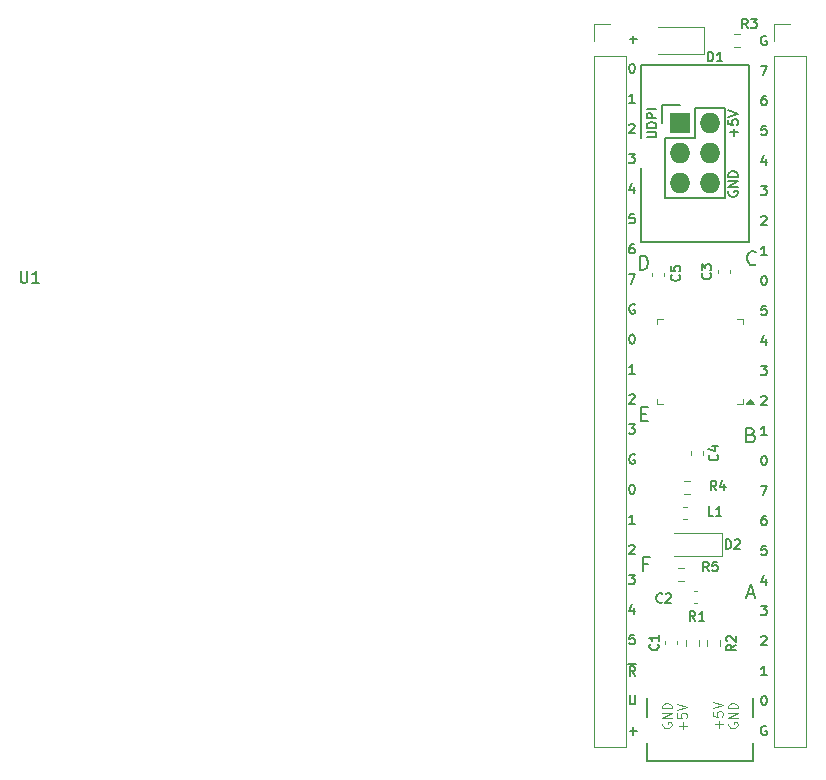
<source format=gbr>
%TF.GenerationSoftware,KiCad,Pcbnew,9.0.4*%
%TF.CreationDate,2025-09-22T14:36:08+02:00*%
%TF.ProjectId,ATmega4809A-breakout,41546d65-6761-4343-9830-39412d627265,rev?*%
%TF.SameCoordinates,Original*%
%TF.FileFunction,Legend,Top*%
%TF.FilePolarity,Positive*%
%FSLAX46Y46*%
G04 Gerber Fmt 4.6, Leading zero omitted, Abs format (unit mm)*
G04 Created by KiCad (PCBNEW 9.0.4) date 2025-09-22 14:36:08*
%MOMM*%
%LPD*%
G01*
G04 APERTURE LIST*
%ADD10C,0.150000*%
%ADD11C,0.100000*%
%ADD12C,0.120000*%
%ADD13C,0.127000*%
%ADD14R,1.727200X1.727200*%
%ADD15O,1.727200X1.727200*%
G04 APERTURE END LIST*
D10*
X111058541Y-52757317D02*
X111134731Y-52757317D01*
X111134731Y-52757317D02*
X111210922Y-52795412D01*
X111210922Y-52795412D02*
X111249017Y-52833507D01*
X111249017Y-52833507D02*
X111287112Y-52909698D01*
X111287112Y-52909698D02*
X111325207Y-53062079D01*
X111325207Y-53062079D02*
X111325207Y-53252555D01*
X111325207Y-53252555D02*
X111287112Y-53404936D01*
X111287112Y-53404936D02*
X111249017Y-53481126D01*
X111249017Y-53481126D02*
X111210922Y-53519222D01*
X111210922Y-53519222D02*
X111134731Y-53557317D01*
X111134731Y-53557317D02*
X111058541Y-53557317D01*
X111058541Y-53557317D02*
X110982350Y-53519222D01*
X110982350Y-53519222D02*
X110944255Y-53481126D01*
X110944255Y-53481126D02*
X110906160Y-53404936D01*
X110906160Y-53404936D02*
X110868064Y-53252555D01*
X110868064Y-53252555D02*
X110868064Y-53062079D01*
X110868064Y-53062079D02*
X110906160Y-52909698D01*
X110906160Y-52909698D02*
X110944255Y-52833507D01*
X110944255Y-52833507D02*
X110982350Y-52795412D01*
X110982350Y-52795412D02*
X111058541Y-52757317D01*
X111325207Y-56102838D02*
X110868064Y-56102838D01*
X111096636Y-56102838D02*
X111096636Y-55302838D01*
X111096636Y-55302838D02*
X111020445Y-55417123D01*
X111020445Y-55417123D02*
X110944255Y-55493314D01*
X110944255Y-55493314D02*
X110868064Y-55531409D01*
X110868064Y-93561855D02*
X110906160Y-93523760D01*
X110906160Y-93523760D02*
X110982350Y-93485665D01*
X110982350Y-93485665D02*
X111172826Y-93485665D01*
X111172826Y-93485665D02*
X111249017Y-93523760D01*
X111249017Y-93523760D02*
X111287112Y-93561855D01*
X111287112Y-93561855D02*
X111325207Y-93638046D01*
X111325207Y-93638046D02*
X111325207Y-93714236D01*
X111325207Y-93714236D02*
X111287112Y-93828522D01*
X111287112Y-93828522D02*
X110829969Y-94285665D01*
X110829969Y-94285665D02*
X111325207Y-94285665D01*
X122005969Y-63102295D02*
X122501207Y-63102295D01*
X122501207Y-63102295D02*
X122234541Y-63407057D01*
X122234541Y-63407057D02*
X122348826Y-63407057D01*
X122348826Y-63407057D02*
X122425017Y-63445152D01*
X122425017Y-63445152D02*
X122463112Y-63483247D01*
X122463112Y-63483247D02*
X122501207Y-63559438D01*
X122501207Y-63559438D02*
X122501207Y-63749914D01*
X122501207Y-63749914D02*
X122463112Y-63826104D01*
X122463112Y-63826104D02*
X122425017Y-63864200D01*
X122425017Y-63864200D02*
X122348826Y-63902295D01*
X122348826Y-63902295D02*
X122120255Y-63902295D01*
X122120255Y-63902295D02*
X122044064Y-63864200D01*
X122044064Y-63864200D02*
X122005969Y-63826104D01*
D11*
X118464133Y-108993407D02*
X118464133Y-108383884D01*
X118768895Y-108688645D02*
X118159371Y-108688645D01*
X117968895Y-107621979D02*
X117968895Y-108002931D01*
X117968895Y-108002931D02*
X118349847Y-108041027D01*
X118349847Y-108041027D02*
X118311752Y-108002931D01*
X118311752Y-108002931D02*
X118273657Y-107926741D01*
X118273657Y-107926741D02*
X118273657Y-107736265D01*
X118273657Y-107736265D02*
X118311752Y-107660074D01*
X118311752Y-107660074D02*
X118349847Y-107621979D01*
X118349847Y-107621979D02*
X118426038Y-107583884D01*
X118426038Y-107583884D02*
X118616514Y-107583884D01*
X118616514Y-107583884D02*
X118692704Y-107621979D01*
X118692704Y-107621979D02*
X118730800Y-107660074D01*
X118730800Y-107660074D02*
X118768895Y-107736265D01*
X118768895Y-107736265D02*
X118768895Y-107926741D01*
X118768895Y-107926741D02*
X118730800Y-108002931D01*
X118730800Y-108002931D02*
X118692704Y-108041027D01*
X117968895Y-107355312D02*
X118768895Y-107088645D01*
X118768895Y-107088645D02*
X117968895Y-106821979D01*
D10*
X112417398Y-95101771D02*
X112017398Y-95101771D01*
X112017398Y-95730342D02*
X112017398Y-94530342D01*
X112017398Y-94530342D02*
X112588826Y-94530342D01*
X110829969Y-83303578D02*
X111325207Y-83303578D01*
X111325207Y-83303578D02*
X111058541Y-83608340D01*
X111058541Y-83608340D02*
X111172826Y-83608340D01*
X111172826Y-83608340D02*
X111249017Y-83646435D01*
X111249017Y-83646435D02*
X111287112Y-83684530D01*
X111287112Y-83684530D02*
X111325207Y-83760721D01*
X111325207Y-83760721D02*
X111325207Y-83951197D01*
X111325207Y-83951197D02*
X111287112Y-84027387D01*
X111287112Y-84027387D02*
X111249017Y-84065483D01*
X111249017Y-84065483D02*
X111172826Y-84103578D01*
X111172826Y-84103578D02*
X110944255Y-84103578D01*
X110944255Y-84103578D02*
X110868064Y-84065483D01*
X110868064Y-84065483D02*
X110829969Y-84027387D01*
X122463112Y-93582295D02*
X122082160Y-93582295D01*
X122082160Y-93582295D02*
X122044064Y-93963247D01*
X122044064Y-93963247D02*
X122082160Y-93925152D01*
X122082160Y-93925152D02*
X122158350Y-93887057D01*
X122158350Y-93887057D02*
X122348826Y-93887057D01*
X122348826Y-93887057D02*
X122425017Y-93925152D01*
X122425017Y-93925152D02*
X122463112Y-93963247D01*
X122463112Y-93963247D02*
X122501207Y-94039438D01*
X122501207Y-94039438D02*
X122501207Y-94229914D01*
X122501207Y-94229914D02*
X122463112Y-94306104D01*
X122463112Y-94306104D02*
X122425017Y-94344200D01*
X122425017Y-94344200D02*
X122348826Y-94382295D01*
X122348826Y-94382295D02*
X122158350Y-94382295D01*
X122158350Y-94382295D02*
X122082160Y-94344200D01*
X122082160Y-94344200D02*
X122044064Y-94306104D01*
X122425017Y-76068961D02*
X122425017Y-76602295D01*
X122234541Y-75764200D02*
X122044064Y-76335628D01*
X122044064Y-76335628D02*
X122539303Y-76335628D01*
X122005969Y-88502295D02*
X122539303Y-88502295D01*
X122539303Y-88502295D02*
X122196445Y-89302295D01*
X111325207Y-85887194D02*
X111249017Y-85849099D01*
X111249017Y-85849099D02*
X111134731Y-85849099D01*
X111134731Y-85849099D02*
X111020445Y-85887194D01*
X111020445Y-85887194D02*
X110944255Y-85963384D01*
X110944255Y-85963384D02*
X110906160Y-86039575D01*
X110906160Y-86039575D02*
X110868064Y-86191956D01*
X110868064Y-86191956D02*
X110868064Y-86306242D01*
X110868064Y-86306242D02*
X110906160Y-86458623D01*
X110906160Y-86458623D02*
X110944255Y-86534813D01*
X110944255Y-86534813D02*
X111020445Y-86611004D01*
X111020445Y-86611004D02*
X111134731Y-86649099D01*
X111134731Y-86649099D02*
X111210922Y-86649099D01*
X111210922Y-86649099D02*
X111325207Y-86611004D01*
X111325207Y-86611004D02*
X111363303Y-86572908D01*
X111363303Y-86572908D02*
X111363303Y-86306242D01*
X111363303Y-86306242D02*
X111210922Y-86306242D01*
X122463112Y-73262295D02*
X122082160Y-73262295D01*
X122082160Y-73262295D02*
X122044064Y-73643247D01*
X122044064Y-73643247D02*
X122082160Y-73605152D01*
X122082160Y-73605152D02*
X122158350Y-73567057D01*
X122158350Y-73567057D02*
X122348826Y-73567057D01*
X122348826Y-73567057D02*
X122425017Y-73605152D01*
X122425017Y-73605152D02*
X122463112Y-73643247D01*
X122463112Y-73643247D02*
X122501207Y-73719438D01*
X122501207Y-73719438D02*
X122501207Y-73909914D01*
X122501207Y-73909914D02*
X122463112Y-73986104D01*
X122463112Y-73986104D02*
X122425017Y-74024200D01*
X122425017Y-74024200D02*
X122348826Y-74062295D01*
X122348826Y-74062295D02*
X122158350Y-74062295D01*
X122158350Y-74062295D02*
X122082160Y-74024200D01*
X122082160Y-74024200D02*
X122044064Y-73986104D01*
X122044064Y-101278485D02*
X122082160Y-101240390D01*
X122082160Y-101240390D02*
X122158350Y-101202295D01*
X122158350Y-101202295D02*
X122348826Y-101202295D01*
X122348826Y-101202295D02*
X122425017Y-101240390D01*
X122425017Y-101240390D02*
X122463112Y-101278485D01*
X122463112Y-101278485D02*
X122501207Y-101354676D01*
X122501207Y-101354676D02*
X122501207Y-101430866D01*
X122501207Y-101430866D02*
X122463112Y-101545152D01*
X122463112Y-101545152D02*
X122005969Y-102002295D01*
X122005969Y-102002295D02*
X122501207Y-102002295D01*
X111325207Y-91740143D02*
X110868064Y-91740143D01*
X111096636Y-91740143D02*
X111096636Y-90940143D01*
X111096636Y-90940143D02*
X111020445Y-91054428D01*
X111020445Y-91054428D02*
X110944255Y-91130619D01*
X110944255Y-91130619D02*
X110868064Y-91168714D01*
X122005969Y-98662295D02*
X122501207Y-98662295D01*
X122501207Y-98662295D02*
X122234541Y-98967057D01*
X122234541Y-98967057D02*
X122348826Y-98967057D01*
X122348826Y-98967057D02*
X122425017Y-99005152D01*
X122425017Y-99005152D02*
X122463112Y-99043247D01*
X122463112Y-99043247D02*
X122501207Y-99119438D01*
X122501207Y-99119438D02*
X122501207Y-99309914D01*
X122501207Y-99309914D02*
X122463112Y-99386104D01*
X122463112Y-99386104D02*
X122425017Y-99424200D01*
X122425017Y-99424200D02*
X122348826Y-99462295D01*
X122348826Y-99462295D02*
X122120255Y-99462295D01*
X122120255Y-99462295D02*
X122044064Y-99424200D01*
X122044064Y-99424200D02*
X122005969Y-99386104D01*
X119274390Y-63553792D02*
X119236295Y-63629982D01*
X119236295Y-63629982D02*
X119236295Y-63744268D01*
X119236295Y-63744268D02*
X119274390Y-63858554D01*
X119274390Y-63858554D02*
X119350580Y-63934744D01*
X119350580Y-63934744D02*
X119426771Y-63972839D01*
X119426771Y-63972839D02*
X119579152Y-64010935D01*
X119579152Y-64010935D02*
X119693438Y-64010935D01*
X119693438Y-64010935D02*
X119845819Y-63972839D01*
X119845819Y-63972839D02*
X119922009Y-63934744D01*
X119922009Y-63934744D02*
X119998200Y-63858554D01*
X119998200Y-63858554D02*
X120036295Y-63744268D01*
X120036295Y-63744268D02*
X120036295Y-63668077D01*
X120036295Y-63668077D02*
X119998200Y-63553792D01*
X119998200Y-63553792D02*
X119960104Y-63515696D01*
X119960104Y-63515696D02*
X119693438Y-63515696D01*
X119693438Y-63515696D02*
X119693438Y-63668077D01*
X120036295Y-63172839D02*
X119236295Y-63172839D01*
X119236295Y-63172839D02*
X120036295Y-62715696D01*
X120036295Y-62715696D02*
X119236295Y-62715696D01*
X120036295Y-62334744D02*
X119236295Y-62334744D01*
X119236295Y-62334744D02*
X119236295Y-62144268D01*
X119236295Y-62144268D02*
X119274390Y-62029982D01*
X119274390Y-62029982D02*
X119350580Y-61953792D01*
X119350580Y-61953792D02*
X119426771Y-61915697D01*
X119426771Y-61915697D02*
X119579152Y-61877601D01*
X119579152Y-61877601D02*
X119693438Y-61877601D01*
X119693438Y-61877601D02*
X119845819Y-61915697D01*
X119845819Y-61915697D02*
X119922009Y-61953792D01*
X119922009Y-61953792D02*
X119998200Y-62029982D01*
X119998200Y-62029982D02*
X120036295Y-62144268D01*
X120036295Y-62144268D02*
X120036295Y-62334744D01*
X110906160Y-106213273D02*
X110906160Y-106860892D01*
X110906160Y-106860892D02*
X110944255Y-106937082D01*
X110944255Y-106937082D02*
X110982350Y-106975178D01*
X110982350Y-106975178D02*
X111058541Y-107013273D01*
X111058541Y-107013273D02*
X111210922Y-107013273D01*
X111210922Y-107013273D02*
X111287112Y-106975178D01*
X111287112Y-106975178D02*
X111325207Y-106937082D01*
X111325207Y-106937082D02*
X111363303Y-106860892D01*
X111363303Y-106860892D02*
X111363303Y-106213273D01*
X111058541Y-88394621D02*
X111134731Y-88394621D01*
X111134731Y-88394621D02*
X111210922Y-88432716D01*
X111210922Y-88432716D02*
X111249017Y-88470811D01*
X111249017Y-88470811D02*
X111287112Y-88547002D01*
X111287112Y-88547002D02*
X111325207Y-88699383D01*
X111325207Y-88699383D02*
X111325207Y-88889859D01*
X111325207Y-88889859D02*
X111287112Y-89042240D01*
X111287112Y-89042240D02*
X111249017Y-89118430D01*
X111249017Y-89118430D02*
X111210922Y-89156526D01*
X111210922Y-89156526D02*
X111134731Y-89194621D01*
X111134731Y-89194621D02*
X111058541Y-89194621D01*
X111058541Y-89194621D02*
X110982350Y-89156526D01*
X110982350Y-89156526D02*
X110944255Y-89118430D01*
X110944255Y-89118430D02*
X110906160Y-89042240D01*
X110906160Y-89042240D02*
X110868064Y-88889859D01*
X110868064Y-88889859D02*
X110868064Y-88699383D01*
X110868064Y-88699383D02*
X110906160Y-88547002D01*
X110906160Y-88547002D02*
X110944255Y-88470811D01*
X110944255Y-88470811D02*
X110982350Y-88432716D01*
X110982350Y-88432716D02*
X111058541Y-88394621D01*
X122463112Y-108860390D02*
X122386922Y-108822295D01*
X122386922Y-108822295D02*
X122272636Y-108822295D01*
X122272636Y-108822295D02*
X122158350Y-108860390D01*
X122158350Y-108860390D02*
X122082160Y-108936580D01*
X122082160Y-108936580D02*
X122044065Y-109012771D01*
X122044065Y-109012771D02*
X122005969Y-109165152D01*
X122005969Y-109165152D02*
X122005969Y-109279438D01*
X122005969Y-109279438D02*
X122044065Y-109431819D01*
X122044065Y-109431819D02*
X122082160Y-109508009D01*
X122082160Y-109508009D02*
X122158350Y-109584200D01*
X122158350Y-109584200D02*
X122272636Y-109622295D01*
X122272636Y-109622295D02*
X122348827Y-109622295D01*
X122348827Y-109622295D02*
X122463112Y-109584200D01*
X122463112Y-109584200D02*
X122501208Y-109546104D01*
X122501208Y-109546104D02*
X122501208Y-109279438D01*
X122501208Y-109279438D02*
X122348827Y-109279438D01*
X122044064Y-65718485D02*
X122082160Y-65680390D01*
X122082160Y-65680390D02*
X122158350Y-65642295D01*
X122158350Y-65642295D02*
X122348826Y-65642295D01*
X122348826Y-65642295D02*
X122425017Y-65680390D01*
X122425017Y-65680390D02*
X122463112Y-65718485D01*
X122463112Y-65718485D02*
X122501207Y-65794676D01*
X122501207Y-65794676D02*
X122501207Y-65870866D01*
X122501207Y-65870866D02*
X122463112Y-65985152D01*
X122463112Y-65985152D02*
X122005969Y-66442295D01*
X122005969Y-66442295D02*
X122501207Y-66442295D01*
X110829969Y-60393882D02*
X111325207Y-60393882D01*
X111325207Y-60393882D02*
X111058541Y-60698644D01*
X111058541Y-60698644D02*
X111172826Y-60698644D01*
X111172826Y-60698644D02*
X111249017Y-60736739D01*
X111249017Y-60736739D02*
X111287112Y-60774834D01*
X111287112Y-60774834D02*
X111325207Y-60851025D01*
X111325207Y-60851025D02*
X111325207Y-61041501D01*
X111325207Y-61041501D02*
X111287112Y-61117691D01*
X111287112Y-61117691D02*
X111249017Y-61155787D01*
X111249017Y-61155787D02*
X111172826Y-61193882D01*
X111172826Y-61193882D02*
X110944255Y-61193882D01*
X110944255Y-61193882D02*
X110868064Y-61155787D01*
X110868064Y-61155787D02*
X110829969Y-61117691D01*
X122463112Y-50440390D02*
X122386922Y-50402295D01*
X122386922Y-50402295D02*
X122272636Y-50402295D01*
X122272636Y-50402295D02*
X122158350Y-50440390D01*
X122158350Y-50440390D02*
X122082160Y-50516580D01*
X122082160Y-50516580D02*
X122044065Y-50592771D01*
X122044065Y-50592771D02*
X122005969Y-50745152D01*
X122005969Y-50745152D02*
X122005969Y-50859438D01*
X122005969Y-50859438D02*
X122044065Y-51011819D01*
X122044065Y-51011819D02*
X122082160Y-51088009D01*
X122082160Y-51088009D02*
X122158350Y-51164200D01*
X122158350Y-51164200D02*
X122272636Y-51202295D01*
X122272636Y-51202295D02*
X122348827Y-51202295D01*
X122348827Y-51202295D02*
X122463112Y-51164200D01*
X122463112Y-51164200D02*
X122501208Y-51126104D01*
X122501208Y-51126104D02*
X122501208Y-50859438D01*
X122501208Y-50859438D02*
X122348827Y-50859438D01*
X122234541Y-70722295D02*
X122310731Y-70722295D01*
X122310731Y-70722295D02*
X122386922Y-70760390D01*
X122386922Y-70760390D02*
X122425017Y-70798485D01*
X122425017Y-70798485D02*
X122463112Y-70874676D01*
X122463112Y-70874676D02*
X122501207Y-71027057D01*
X122501207Y-71027057D02*
X122501207Y-71217533D01*
X122501207Y-71217533D02*
X122463112Y-71369914D01*
X122463112Y-71369914D02*
X122425017Y-71446104D01*
X122425017Y-71446104D02*
X122386922Y-71484200D01*
X122386922Y-71484200D02*
X122310731Y-71522295D01*
X122310731Y-71522295D02*
X122234541Y-71522295D01*
X122234541Y-71522295D02*
X122158350Y-71484200D01*
X122158350Y-71484200D02*
X122120255Y-71446104D01*
X122120255Y-71446104D02*
X122082160Y-71369914D01*
X122082160Y-71369914D02*
X122044064Y-71217533D01*
X122044064Y-71217533D02*
X122044064Y-71027057D01*
X122044064Y-71027057D02*
X122082160Y-70874676D01*
X122082160Y-70874676D02*
X122120255Y-70798485D01*
X122120255Y-70798485D02*
X122158350Y-70760390D01*
X122158350Y-70760390D02*
X122234541Y-70722295D01*
X122425017Y-55482295D02*
X122272636Y-55482295D01*
X122272636Y-55482295D02*
X122196445Y-55520390D01*
X122196445Y-55520390D02*
X122158350Y-55558485D01*
X122158350Y-55558485D02*
X122082160Y-55672771D01*
X122082160Y-55672771D02*
X122044064Y-55825152D01*
X122044064Y-55825152D02*
X122044064Y-56129914D01*
X122044064Y-56129914D02*
X122082160Y-56206104D01*
X122082160Y-56206104D02*
X122120255Y-56244200D01*
X122120255Y-56244200D02*
X122196445Y-56282295D01*
X122196445Y-56282295D02*
X122348826Y-56282295D01*
X122348826Y-56282295D02*
X122425017Y-56244200D01*
X122425017Y-56244200D02*
X122463112Y-56206104D01*
X122463112Y-56206104D02*
X122501207Y-56129914D01*
X122501207Y-56129914D02*
X122501207Y-55939438D01*
X122501207Y-55939438D02*
X122463112Y-55863247D01*
X122463112Y-55863247D02*
X122425017Y-55825152D01*
X122425017Y-55825152D02*
X122348826Y-55787057D01*
X122348826Y-55787057D02*
X122196445Y-55787057D01*
X122196445Y-55787057D02*
X122120255Y-55825152D01*
X122120255Y-55825152D02*
X122082160Y-55863247D01*
X122082160Y-55863247D02*
X122044064Y-55939438D01*
X111287112Y-65484925D02*
X110906160Y-65484925D01*
X110906160Y-65484925D02*
X110868064Y-65865877D01*
X110868064Y-65865877D02*
X110906160Y-65827782D01*
X110906160Y-65827782D02*
X110982350Y-65789687D01*
X110982350Y-65789687D02*
X111172826Y-65789687D01*
X111172826Y-65789687D02*
X111249017Y-65827782D01*
X111249017Y-65827782D02*
X111287112Y-65865877D01*
X111287112Y-65865877D02*
X111325207Y-65942068D01*
X111325207Y-65942068D02*
X111325207Y-66132544D01*
X111325207Y-66132544D02*
X111287112Y-66208734D01*
X111287112Y-66208734D02*
X111249017Y-66246830D01*
X111249017Y-66246830D02*
X111172826Y-66284925D01*
X111172826Y-66284925D02*
X110982350Y-66284925D01*
X110982350Y-66284925D02*
X110906160Y-66246830D01*
X110906160Y-66246830D02*
X110868064Y-66208734D01*
X122044064Y-80958485D02*
X122082160Y-80920390D01*
X122082160Y-80920390D02*
X122158350Y-80882295D01*
X122158350Y-80882295D02*
X122348826Y-80882295D01*
X122348826Y-80882295D02*
X122425017Y-80920390D01*
X122425017Y-80920390D02*
X122463112Y-80958485D01*
X122463112Y-80958485D02*
X122501207Y-81034676D01*
X122501207Y-81034676D02*
X122501207Y-81110866D01*
X122501207Y-81110866D02*
X122463112Y-81225152D01*
X122463112Y-81225152D02*
X122005969Y-81682295D01*
X122005969Y-81682295D02*
X122501207Y-81682295D01*
X120850255Y-97673485D02*
X121421684Y-97673485D01*
X120735969Y-98016342D02*
X121135969Y-96816342D01*
X121135969Y-96816342D02*
X121535969Y-98016342D01*
X111763398Y-70203342D02*
X111763398Y-69003342D01*
X111763398Y-69003342D02*
X112049112Y-69003342D01*
X112049112Y-69003342D02*
X112220541Y-69060485D01*
X112220541Y-69060485D02*
X112334826Y-69174771D01*
X112334826Y-69174771D02*
X112391969Y-69289057D01*
X112391969Y-69289057D02*
X112449112Y-69517628D01*
X112449112Y-69517628D02*
X112449112Y-69689057D01*
X112449112Y-69689057D02*
X112391969Y-69917628D01*
X112391969Y-69917628D02*
X112334826Y-70031914D01*
X112334826Y-70031914D02*
X112220541Y-70146200D01*
X112220541Y-70146200D02*
X112049112Y-70203342D01*
X112049112Y-70203342D02*
X111763398Y-70203342D01*
D11*
X119276990Y-108574360D02*
X119238895Y-108650550D01*
X119238895Y-108650550D02*
X119238895Y-108764836D01*
X119238895Y-108764836D02*
X119276990Y-108879122D01*
X119276990Y-108879122D02*
X119353180Y-108955312D01*
X119353180Y-108955312D02*
X119429371Y-108993407D01*
X119429371Y-108993407D02*
X119581752Y-109031503D01*
X119581752Y-109031503D02*
X119696038Y-109031503D01*
X119696038Y-109031503D02*
X119848419Y-108993407D01*
X119848419Y-108993407D02*
X119924609Y-108955312D01*
X119924609Y-108955312D02*
X120000800Y-108879122D01*
X120000800Y-108879122D02*
X120038895Y-108764836D01*
X120038895Y-108764836D02*
X120038895Y-108688645D01*
X120038895Y-108688645D02*
X120000800Y-108574360D01*
X120000800Y-108574360D02*
X119962704Y-108536264D01*
X119962704Y-108536264D02*
X119696038Y-108536264D01*
X119696038Y-108536264D02*
X119696038Y-108688645D01*
X120038895Y-108193407D02*
X119238895Y-108193407D01*
X119238895Y-108193407D02*
X120038895Y-107736264D01*
X120038895Y-107736264D02*
X119238895Y-107736264D01*
X120038895Y-107355312D02*
X119238895Y-107355312D01*
X119238895Y-107355312D02*
X119238895Y-107164836D01*
X119238895Y-107164836D02*
X119276990Y-107050550D01*
X119276990Y-107050550D02*
X119353180Y-106974360D01*
X119353180Y-106974360D02*
X119429371Y-106936265D01*
X119429371Y-106936265D02*
X119581752Y-106898169D01*
X119581752Y-106898169D02*
X119696038Y-106898169D01*
X119696038Y-106898169D02*
X119848419Y-106936265D01*
X119848419Y-106936265D02*
X119924609Y-106974360D01*
X119924609Y-106974360D02*
X120000800Y-107050550D01*
X120000800Y-107050550D02*
X120038895Y-107164836D01*
X120038895Y-107164836D02*
X120038895Y-107355312D01*
X115416133Y-109120407D02*
X115416133Y-108510884D01*
X115720895Y-108815645D02*
X115111371Y-108815645D01*
X114920895Y-107748979D02*
X114920895Y-108129931D01*
X114920895Y-108129931D02*
X115301847Y-108168027D01*
X115301847Y-108168027D02*
X115263752Y-108129931D01*
X115263752Y-108129931D02*
X115225657Y-108053741D01*
X115225657Y-108053741D02*
X115225657Y-107863265D01*
X115225657Y-107863265D02*
X115263752Y-107787074D01*
X115263752Y-107787074D02*
X115301847Y-107748979D01*
X115301847Y-107748979D02*
X115378038Y-107710884D01*
X115378038Y-107710884D02*
X115568514Y-107710884D01*
X115568514Y-107710884D02*
X115644704Y-107748979D01*
X115644704Y-107748979D02*
X115682800Y-107787074D01*
X115682800Y-107787074D02*
X115720895Y-107863265D01*
X115720895Y-107863265D02*
X115720895Y-108053741D01*
X115720895Y-108053741D02*
X115682800Y-108129931D01*
X115682800Y-108129931D02*
X115644704Y-108168027D01*
X114920895Y-107482312D02*
X115720895Y-107215645D01*
X115720895Y-107215645D02*
X114920895Y-106948979D01*
D10*
X119731533Y-58892839D02*
X119731533Y-58283316D01*
X120036295Y-58588077D02*
X119426771Y-58588077D01*
X119236295Y-57521411D02*
X119236295Y-57902363D01*
X119236295Y-57902363D02*
X119617247Y-57940459D01*
X119617247Y-57940459D02*
X119579152Y-57902363D01*
X119579152Y-57902363D02*
X119541057Y-57826173D01*
X119541057Y-57826173D02*
X119541057Y-57635697D01*
X119541057Y-57635697D02*
X119579152Y-57559506D01*
X119579152Y-57559506D02*
X119617247Y-57521411D01*
X119617247Y-57521411D02*
X119693438Y-57483316D01*
X119693438Y-57483316D02*
X119883914Y-57483316D01*
X119883914Y-57483316D02*
X119960104Y-57521411D01*
X119960104Y-57521411D02*
X119998200Y-57559506D01*
X119998200Y-57559506D02*
X120036295Y-57635697D01*
X120036295Y-57635697D02*
X120036295Y-57826173D01*
X120036295Y-57826173D02*
X119998200Y-57902363D01*
X119998200Y-57902363D02*
X119960104Y-57940459D01*
X119236295Y-57254744D02*
X120036295Y-56988077D01*
X120036295Y-56988077D02*
X119236295Y-56721411D01*
X122425017Y-91042295D02*
X122272636Y-91042295D01*
X122272636Y-91042295D02*
X122196445Y-91080390D01*
X122196445Y-91080390D02*
X122158350Y-91118485D01*
X122158350Y-91118485D02*
X122082160Y-91232771D01*
X122082160Y-91232771D02*
X122044064Y-91385152D01*
X122044064Y-91385152D02*
X122044064Y-91689914D01*
X122044064Y-91689914D02*
X122082160Y-91766104D01*
X122082160Y-91766104D02*
X122120255Y-91804200D01*
X122120255Y-91804200D02*
X122196445Y-91842295D01*
X122196445Y-91842295D02*
X122348826Y-91842295D01*
X122348826Y-91842295D02*
X122425017Y-91804200D01*
X122425017Y-91804200D02*
X122463112Y-91766104D01*
X122463112Y-91766104D02*
X122501207Y-91689914D01*
X122501207Y-91689914D02*
X122501207Y-91499438D01*
X122501207Y-91499438D02*
X122463112Y-91423247D01*
X122463112Y-91423247D02*
X122425017Y-91385152D01*
X122425017Y-91385152D02*
X122348826Y-91347057D01*
X122348826Y-91347057D02*
X122196445Y-91347057D01*
X122196445Y-91347057D02*
X122120255Y-91385152D01*
X122120255Y-91385152D02*
X122082160Y-91423247D01*
X122082160Y-91423247D02*
X122044064Y-91499438D01*
X110868064Y-57924550D02*
X110906160Y-57886455D01*
X110906160Y-57886455D02*
X110982350Y-57848360D01*
X110982350Y-57848360D02*
X111172826Y-57848360D01*
X111172826Y-57848360D02*
X111249017Y-57886455D01*
X111249017Y-57886455D02*
X111287112Y-57924550D01*
X111287112Y-57924550D02*
X111325207Y-58000741D01*
X111325207Y-58000741D02*
X111325207Y-58076931D01*
X111325207Y-58076931D02*
X111287112Y-58191217D01*
X111287112Y-58191217D02*
X110829969Y-58648360D01*
X110829969Y-58648360D02*
X111325207Y-58648360D01*
X122005969Y-52942295D02*
X122539303Y-52942295D01*
X122539303Y-52942295D02*
X122196445Y-53742295D01*
X121593112Y-69708057D02*
X121535969Y-69765200D01*
X121535969Y-69765200D02*
X121364541Y-69822342D01*
X121364541Y-69822342D02*
X121250255Y-69822342D01*
X121250255Y-69822342D02*
X121078826Y-69765200D01*
X121078826Y-69765200D02*
X120964541Y-69650914D01*
X120964541Y-69650914D02*
X120907398Y-69536628D01*
X120907398Y-69536628D02*
X120850255Y-69308057D01*
X120850255Y-69308057D02*
X120850255Y-69136628D01*
X120850255Y-69136628D02*
X120907398Y-68908057D01*
X120907398Y-68908057D02*
X120964541Y-68793771D01*
X120964541Y-68793771D02*
X121078826Y-68679485D01*
X121078826Y-68679485D02*
X121250255Y-68622342D01*
X121250255Y-68622342D02*
X121364541Y-68622342D01*
X121364541Y-68622342D02*
X121535969Y-68679485D01*
X121535969Y-68679485D02*
X121593112Y-68736628D01*
X110868064Y-80834246D02*
X110906160Y-80796151D01*
X110906160Y-80796151D02*
X110982350Y-80758056D01*
X110982350Y-80758056D02*
X111172826Y-80758056D01*
X111172826Y-80758056D02*
X111249017Y-80796151D01*
X111249017Y-80796151D02*
X111287112Y-80834246D01*
X111287112Y-80834246D02*
X111325207Y-80910437D01*
X111325207Y-80910437D02*
X111325207Y-80986627D01*
X111325207Y-80986627D02*
X111287112Y-81100913D01*
X111287112Y-81100913D02*
X110829969Y-81558056D01*
X110829969Y-81558056D02*
X111325207Y-81558056D01*
X122501207Y-84222295D02*
X122044064Y-84222295D01*
X122272636Y-84222295D02*
X122272636Y-83422295D01*
X122272636Y-83422295D02*
X122196445Y-83536580D01*
X122196445Y-83536580D02*
X122120255Y-83612771D01*
X122120255Y-83612771D02*
X122044064Y-83650866D01*
X111325207Y-79012534D02*
X110868064Y-79012534D01*
X111096636Y-79012534D02*
X111096636Y-78212534D01*
X111096636Y-78212534D02*
X111020445Y-78326819D01*
X111020445Y-78326819D02*
X110944255Y-78403010D01*
X110944255Y-78403010D02*
X110868064Y-78441105D01*
X111058541Y-75667012D02*
X111134731Y-75667012D01*
X111134731Y-75667012D02*
X111210922Y-75705107D01*
X111210922Y-75705107D02*
X111249017Y-75743202D01*
X111249017Y-75743202D02*
X111287112Y-75819393D01*
X111287112Y-75819393D02*
X111325207Y-75971774D01*
X111325207Y-75971774D02*
X111325207Y-76162250D01*
X111325207Y-76162250D02*
X111287112Y-76314631D01*
X111287112Y-76314631D02*
X111249017Y-76390821D01*
X111249017Y-76390821D02*
X111210922Y-76428917D01*
X111210922Y-76428917D02*
X111134731Y-76467012D01*
X111134731Y-76467012D02*
X111058541Y-76467012D01*
X111058541Y-76467012D02*
X110982350Y-76428917D01*
X110982350Y-76428917D02*
X110944255Y-76390821D01*
X110944255Y-76390821D02*
X110906160Y-76314631D01*
X110906160Y-76314631D02*
X110868064Y-76162250D01*
X110868064Y-76162250D02*
X110868064Y-75971774D01*
X110868064Y-75971774D02*
X110906160Y-75819393D01*
X110906160Y-75819393D02*
X110944255Y-75743202D01*
X110944255Y-75743202D02*
X110982350Y-75705107D01*
X110982350Y-75705107D02*
X111058541Y-75667012D01*
X111287112Y-101122230D02*
X110906160Y-101122230D01*
X110906160Y-101122230D02*
X110868064Y-101503182D01*
X110868064Y-101503182D02*
X110906160Y-101465087D01*
X110906160Y-101465087D02*
X110982350Y-101426992D01*
X110982350Y-101426992D02*
X111172826Y-101426992D01*
X111172826Y-101426992D02*
X111249017Y-101465087D01*
X111249017Y-101465087D02*
X111287112Y-101503182D01*
X111287112Y-101503182D02*
X111325207Y-101579373D01*
X111325207Y-101579373D02*
X111325207Y-101769849D01*
X111325207Y-101769849D02*
X111287112Y-101846039D01*
X111287112Y-101846039D02*
X111249017Y-101884135D01*
X111249017Y-101884135D02*
X111172826Y-101922230D01*
X111172826Y-101922230D02*
X110982350Y-101922230D01*
X110982350Y-101922230D02*
X110906160Y-101884135D01*
X110906160Y-101884135D02*
X110868064Y-101846039D01*
D11*
X113688990Y-108574360D02*
X113650895Y-108650550D01*
X113650895Y-108650550D02*
X113650895Y-108764836D01*
X113650895Y-108764836D02*
X113688990Y-108879122D01*
X113688990Y-108879122D02*
X113765180Y-108955312D01*
X113765180Y-108955312D02*
X113841371Y-108993407D01*
X113841371Y-108993407D02*
X113993752Y-109031503D01*
X113993752Y-109031503D02*
X114108038Y-109031503D01*
X114108038Y-109031503D02*
X114260419Y-108993407D01*
X114260419Y-108993407D02*
X114336609Y-108955312D01*
X114336609Y-108955312D02*
X114412800Y-108879122D01*
X114412800Y-108879122D02*
X114450895Y-108764836D01*
X114450895Y-108764836D02*
X114450895Y-108688645D01*
X114450895Y-108688645D02*
X114412800Y-108574360D01*
X114412800Y-108574360D02*
X114374704Y-108536264D01*
X114374704Y-108536264D02*
X114108038Y-108536264D01*
X114108038Y-108536264D02*
X114108038Y-108688645D01*
X114450895Y-108193407D02*
X113650895Y-108193407D01*
X113650895Y-108193407D02*
X114450895Y-107736264D01*
X114450895Y-107736264D02*
X113650895Y-107736264D01*
X114450895Y-107355312D02*
X113650895Y-107355312D01*
X113650895Y-107355312D02*
X113650895Y-107164836D01*
X113650895Y-107164836D02*
X113688990Y-107050550D01*
X113688990Y-107050550D02*
X113765180Y-106974360D01*
X113765180Y-106974360D02*
X113841371Y-106936265D01*
X113841371Y-106936265D02*
X113993752Y-106898169D01*
X113993752Y-106898169D02*
X114108038Y-106898169D01*
X114108038Y-106898169D02*
X114260419Y-106936265D01*
X114260419Y-106936265D02*
X114336609Y-106974360D01*
X114336609Y-106974360D02*
X114412800Y-107050550D01*
X114412800Y-107050550D02*
X114450895Y-107164836D01*
X114450895Y-107164836D02*
X114450895Y-107355312D01*
D10*
X122005969Y-78342295D02*
X122501207Y-78342295D01*
X122501207Y-78342295D02*
X122234541Y-78647057D01*
X122234541Y-78647057D02*
X122348826Y-78647057D01*
X122348826Y-78647057D02*
X122425017Y-78685152D01*
X122425017Y-78685152D02*
X122463112Y-78723247D01*
X122463112Y-78723247D02*
X122501207Y-78799438D01*
X122501207Y-78799438D02*
X122501207Y-78989914D01*
X122501207Y-78989914D02*
X122463112Y-79066104D01*
X122463112Y-79066104D02*
X122425017Y-79104200D01*
X122425017Y-79104200D02*
X122348826Y-79142295D01*
X122348826Y-79142295D02*
X122120255Y-79142295D01*
X122120255Y-79142295D02*
X122044064Y-79104200D01*
X122044064Y-79104200D02*
X122005969Y-79066104D01*
X111325207Y-73159586D02*
X111249017Y-73121491D01*
X111249017Y-73121491D02*
X111134731Y-73121491D01*
X111134731Y-73121491D02*
X111020445Y-73159586D01*
X111020445Y-73159586D02*
X110944255Y-73235776D01*
X110944255Y-73235776D02*
X110906160Y-73311967D01*
X110906160Y-73311967D02*
X110868064Y-73464348D01*
X110868064Y-73464348D02*
X110868064Y-73578634D01*
X110868064Y-73578634D02*
X110906160Y-73731015D01*
X110906160Y-73731015D02*
X110944255Y-73807205D01*
X110944255Y-73807205D02*
X111020445Y-73883396D01*
X111020445Y-73883396D02*
X111134731Y-73921491D01*
X111134731Y-73921491D02*
X111210922Y-73921491D01*
X111210922Y-73921491D02*
X111325207Y-73883396D01*
X111325207Y-73883396D02*
X111363303Y-73845300D01*
X111363303Y-73845300D02*
X111363303Y-73578634D01*
X111363303Y-73578634D02*
X111210922Y-73578634D01*
X122425017Y-96388961D02*
X122425017Y-96922295D01*
X122234541Y-96084200D02*
X122044064Y-96655628D01*
X122044064Y-96655628D02*
X122539303Y-96655628D01*
X111890398Y-82401771D02*
X112290398Y-82401771D01*
X112461826Y-83030342D02*
X111890398Y-83030342D01*
X111890398Y-83030342D02*
X111890398Y-81830342D01*
X111890398Y-81830342D02*
X112461826Y-81830342D01*
X110829969Y-70575969D02*
X111363303Y-70575969D01*
X111363303Y-70575969D02*
X111020445Y-71375969D01*
X110829969Y-96031186D02*
X111325207Y-96031186D01*
X111325207Y-96031186D02*
X111058541Y-96335948D01*
X111058541Y-96335948D02*
X111172826Y-96335948D01*
X111172826Y-96335948D02*
X111249017Y-96374043D01*
X111249017Y-96374043D02*
X111287112Y-96412138D01*
X111287112Y-96412138D02*
X111325207Y-96488329D01*
X111325207Y-96488329D02*
X111325207Y-96678805D01*
X111325207Y-96678805D02*
X111287112Y-96754995D01*
X111287112Y-96754995D02*
X111249017Y-96793091D01*
X111249017Y-96793091D02*
X111172826Y-96831186D01*
X111172826Y-96831186D02*
X110944255Y-96831186D01*
X110944255Y-96831186D02*
X110868064Y-96793091D01*
X110868064Y-96793091D02*
X110829969Y-96754995D01*
X111249017Y-98843374D02*
X111249017Y-99376708D01*
X111058541Y-98538613D02*
X110868064Y-99110041D01*
X110868064Y-99110041D02*
X111363303Y-99110041D01*
X121180398Y-84179771D02*
X121351826Y-84236914D01*
X121351826Y-84236914D02*
X121408969Y-84294057D01*
X121408969Y-84294057D02*
X121466112Y-84408342D01*
X121466112Y-84408342D02*
X121466112Y-84579771D01*
X121466112Y-84579771D02*
X121408969Y-84694057D01*
X121408969Y-84694057D02*
X121351826Y-84751200D01*
X121351826Y-84751200D02*
X121237541Y-84808342D01*
X121237541Y-84808342D02*
X120780398Y-84808342D01*
X120780398Y-84808342D02*
X120780398Y-83608342D01*
X120780398Y-83608342D02*
X121180398Y-83608342D01*
X121180398Y-83608342D02*
X121294684Y-83665485D01*
X121294684Y-83665485D02*
X121351826Y-83722628D01*
X121351826Y-83722628D02*
X121408969Y-83836914D01*
X121408969Y-83836914D02*
X121408969Y-83951200D01*
X121408969Y-83951200D02*
X121351826Y-84065485D01*
X121351826Y-84065485D02*
X121294684Y-84122628D01*
X121294684Y-84122628D02*
X121180398Y-84179771D01*
X121180398Y-84179771D02*
X120780398Y-84179771D01*
X122234541Y-85962295D02*
X122310731Y-85962295D01*
X122310731Y-85962295D02*
X122386922Y-86000390D01*
X122386922Y-86000390D02*
X122425017Y-86038485D01*
X122425017Y-86038485D02*
X122463112Y-86114676D01*
X122463112Y-86114676D02*
X122501207Y-86267057D01*
X122501207Y-86267057D02*
X122501207Y-86457533D01*
X122501207Y-86457533D02*
X122463112Y-86609914D01*
X122463112Y-86609914D02*
X122425017Y-86686104D01*
X122425017Y-86686104D02*
X122386922Y-86724200D01*
X122386922Y-86724200D02*
X122310731Y-86762295D01*
X122310731Y-86762295D02*
X122234541Y-86762295D01*
X122234541Y-86762295D02*
X122158350Y-86724200D01*
X122158350Y-86724200D02*
X122120255Y-86686104D01*
X122120255Y-86686104D02*
X122082160Y-86609914D01*
X122082160Y-86609914D02*
X122044064Y-86457533D01*
X122044064Y-86457533D02*
X122044064Y-86267057D01*
X122044064Y-86267057D02*
X122082160Y-86114676D01*
X122082160Y-86114676D02*
X122120255Y-86038485D01*
X122120255Y-86038485D02*
X122158350Y-86000390D01*
X122158350Y-86000390D02*
X122234541Y-85962295D01*
X122234541Y-106282295D02*
X122310731Y-106282295D01*
X122310731Y-106282295D02*
X122386922Y-106320390D01*
X122386922Y-106320390D02*
X122425017Y-106358485D01*
X122425017Y-106358485D02*
X122463112Y-106434676D01*
X122463112Y-106434676D02*
X122501207Y-106587057D01*
X122501207Y-106587057D02*
X122501207Y-106777533D01*
X122501207Y-106777533D02*
X122463112Y-106929914D01*
X122463112Y-106929914D02*
X122425017Y-107006104D01*
X122425017Y-107006104D02*
X122386922Y-107044200D01*
X122386922Y-107044200D02*
X122310731Y-107082295D01*
X122310731Y-107082295D02*
X122234541Y-107082295D01*
X122234541Y-107082295D02*
X122158350Y-107044200D01*
X122158350Y-107044200D02*
X122120255Y-107006104D01*
X122120255Y-107006104D02*
X122082160Y-106929914D01*
X122082160Y-106929914D02*
X122044064Y-106777533D01*
X122044064Y-106777533D02*
X122044064Y-106587057D01*
X122044064Y-106587057D02*
X122082160Y-106434676D01*
X122082160Y-106434676D02*
X122120255Y-106358485D01*
X122120255Y-106358485D02*
X122158350Y-106320390D01*
X122158350Y-106320390D02*
X122234541Y-106282295D01*
X122501207Y-104542295D02*
X122044064Y-104542295D01*
X122272636Y-104542295D02*
X122272636Y-103742295D01*
X122272636Y-103742295D02*
X122196445Y-103856580D01*
X122196445Y-103856580D02*
X122120255Y-103932771D01*
X122120255Y-103932771D02*
X122044064Y-103970866D01*
X110906160Y-109254033D02*
X111515684Y-109254033D01*
X111210922Y-109558795D02*
X111210922Y-108949271D01*
X122425017Y-60828961D02*
X122425017Y-61362295D01*
X122234541Y-60524200D02*
X122044064Y-61095628D01*
X122044064Y-61095628D02*
X122539303Y-61095628D01*
X111249017Y-68030447D02*
X111096636Y-68030447D01*
X111096636Y-68030447D02*
X111020445Y-68068542D01*
X111020445Y-68068542D02*
X110982350Y-68106637D01*
X110982350Y-68106637D02*
X110906160Y-68220923D01*
X110906160Y-68220923D02*
X110868064Y-68373304D01*
X110868064Y-68373304D02*
X110868064Y-68678066D01*
X110868064Y-68678066D02*
X110906160Y-68754256D01*
X110906160Y-68754256D02*
X110944255Y-68792352D01*
X110944255Y-68792352D02*
X111020445Y-68830447D01*
X111020445Y-68830447D02*
X111172826Y-68830447D01*
X111172826Y-68830447D02*
X111249017Y-68792352D01*
X111249017Y-68792352D02*
X111287112Y-68754256D01*
X111287112Y-68754256D02*
X111325207Y-68678066D01*
X111325207Y-68678066D02*
X111325207Y-68487590D01*
X111325207Y-68487590D02*
X111287112Y-68411399D01*
X111287112Y-68411399D02*
X111249017Y-68373304D01*
X111249017Y-68373304D02*
X111172826Y-68335209D01*
X111172826Y-68335209D02*
X111020445Y-68335209D01*
X111020445Y-68335209D02*
X110944255Y-68373304D01*
X110944255Y-68373304D02*
X110906160Y-68411399D01*
X110906160Y-68411399D02*
X110868064Y-68487590D01*
X111363303Y-104571919D02*
X111096636Y-104190966D01*
X110906160Y-104571919D02*
X110906160Y-103771919D01*
X110906160Y-103771919D02*
X111210922Y-103771919D01*
X111210922Y-103771919D02*
X111287112Y-103810014D01*
X111287112Y-103810014D02*
X111325207Y-103848109D01*
X111325207Y-103848109D02*
X111363303Y-103924300D01*
X111363303Y-103924300D02*
X111363303Y-104038585D01*
X111363303Y-104038585D02*
X111325207Y-104114776D01*
X111325207Y-104114776D02*
X111287112Y-104152871D01*
X111287112Y-104152871D02*
X111210922Y-104190966D01*
X111210922Y-104190966D02*
X110906160Y-104190966D01*
X110795684Y-103549824D02*
X111435684Y-103549824D01*
X122463112Y-58022295D02*
X122082160Y-58022295D01*
X122082160Y-58022295D02*
X122044064Y-58403247D01*
X122044064Y-58403247D02*
X122082160Y-58365152D01*
X122082160Y-58365152D02*
X122158350Y-58327057D01*
X122158350Y-58327057D02*
X122348826Y-58327057D01*
X122348826Y-58327057D02*
X122425017Y-58365152D01*
X122425017Y-58365152D02*
X122463112Y-58403247D01*
X122463112Y-58403247D02*
X122501207Y-58479438D01*
X122501207Y-58479438D02*
X122501207Y-58669914D01*
X122501207Y-58669914D02*
X122463112Y-58746104D01*
X122463112Y-58746104D02*
X122425017Y-58784200D01*
X122425017Y-58784200D02*
X122348826Y-58822295D01*
X122348826Y-58822295D02*
X122158350Y-58822295D01*
X122158350Y-58822295D02*
X122082160Y-58784200D01*
X122082160Y-58784200D02*
X122044064Y-58746104D01*
X110906160Y-50707033D02*
X111515684Y-50707033D01*
X111210922Y-51011795D02*
X111210922Y-50402271D01*
X122501207Y-68982295D02*
X122044064Y-68982295D01*
X122272636Y-68982295D02*
X122272636Y-68182295D01*
X122272636Y-68182295D02*
X122196445Y-68296580D01*
X122196445Y-68296580D02*
X122120255Y-68372771D01*
X122120255Y-68372771D02*
X122044064Y-68410866D01*
X111249017Y-63206070D02*
X111249017Y-63739404D01*
X111058541Y-62901309D02*
X110868064Y-63472737D01*
X110868064Y-63472737D02*
X111363303Y-63472737D01*
X117519524Y-52559295D02*
X117519524Y-51759295D01*
X117519524Y-51759295D02*
X117710000Y-51759295D01*
X117710000Y-51759295D02*
X117824286Y-51797390D01*
X117824286Y-51797390D02*
X117900476Y-51873580D01*
X117900476Y-51873580D02*
X117938571Y-51949771D01*
X117938571Y-51949771D02*
X117976667Y-52102152D01*
X117976667Y-52102152D02*
X117976667Y-52216438D01*
X117976667Y-52216438D02*
X117938571Y-52368819D01*
X117938571Y-52368819D02*
X117900476Y-52445009D01*
X117900476Y-52445009D02*
X117824286Y-52521200D01*
X117824286Y-52521200D02*
X117710000Y-52559295D01*
X117710000Y-52559295D02*
X117519524Y-52559295D01*
X118738571Y-52559295D02*
X118281428Y-52559295D01*
X118510000Y-52559295D02*
X118510000Y-51759295D01*
X118510000Y-51759295D02*
X118433809Y-51873580D01*
X118433809Y-51873580D02*
X118357619Y-51949771D01*
X118357619Y-51949771D02*
X118281428Y-51987866D01*
X117976666Y-91040295D02*
X117595714Y-91040295D01*
X117595714Y-91040295D02*
X117595714Y-90240295D01*
X118662380Y-91040295D02*
X118205237Y-91040295D01*
X118433809Y-91040295D02*
X118433809Y-90240295D01*
X118433809Y-90240295D02*
X118357618Y-90354580D01*
X118357618Y-90354580D02*
X118281428Y-90430771D01*
X118281428Y-90430771D02*
X118205237Y-90468866D01*
X119043524Y-93834295D02*
X119043524Y-93034295D01*
X119043524Y-93034295D02*
X119234000Y-93034295D01*
X119234000Y-93034295D02*
X119348286Y-93072390D01*
X119348286Y-93072390D02*
X119424476Y-93148580D01*
X119424476Y-93148580D02*
X119462571Y-93224771D01*
X119462571Y-93224771D02*
X119500667Y-93377152D01*
X119500667Y-93377152D02*
X119500667Y-93491438D01*
X119500667Y-93491438D02*
X119462571Y-93643819D01*
X119462571Y-93643819D02*
X119424476Y-93720009D01*
X119424476Y-93720009D02*
X119348286Y-93796200D01*
X119348286Y-93796200D02*
X119234000Y-93834295D01*
X119234000Y-93834295D02*
X119043524Y-93834295D01*
X119805428Y-93110485D02*
X119843524Y-93072390D01*
X119843524Y-93072390D02*
X119919714Y-93034295D01*
X119919714Y-93034295D02*
X120110190Y-93034295D01*
X120110190Y-93034295D02*
X120186381Y-93072390D01*
X120186381Y-93072390D02*
X120224476Y-93110485D01*
X120224476Y-93110485D02*
X120262571Y-93186676D01*
X120262571Y-93186676D02*
X120262571Y-93262866D01*
X120262571Y-93262866D02*
X120224476Y-93377152D01*
X120224476Y-93377152D02*
X119767333Y-93834295D01*
X119767333Y-93834295D02*
X120262571Y-93834295D01*
X119869295Y-101962832D02*
X119488342Y-102229499D01*
X119869295Y-102419975D02*
X119069295Y-102419975D01*
X119069295Y-102419975D02*
X119069295Y-102115213D01*
X119069295Y-102115213D02*
X119107390Y-102039023D01*
X119107390Y-102039023D02*
X119145485Y-102000928D01*
X119145485Y-102000928D02*
X119221676Y-101962832D01*
X119221676Y-101962832D02*
X119335961Y-101962832D01*
X119335961Y-101962832D02*
X119412152Y-102000928D01*
X119412152Y-102000928D02*
X119450247Y-102039023D01*
X119450247Y-102039023D02*
X119488342Y-102115213D01*
X119488342Y-102115213D02*
X119488342Y-102419975D01*
X119145485Y-101658071D02*
X119107390Y-101619975D01*
X119107390Y-101619975D02*
X119069295Y-101543785D01*
X119069295Y-101543785D02*
X119069295Y-101353309D01*
X119069295Y-101353309D02*
X119107390Y-101277118D01*
X119107390Y-101277118D02*
X119145485Y-101239023D01*
X119145485Y-101239023D02*
X119221676Y-101200928D01*
X119221676Y-101200928D02*
X119297866Y-101200928D01*
X119297866Y-101200928D02*
X119412152Y-101239023D01*
X119412152Y-101239023D02*
X119869295Y-101696166D01*
X119869295Y-101696166D02*
X119869295Y-101200928D01*
X118230667Y-88881295D02*
X117964000Y-88500342D01*
X117773524Y-88881295D02*
X117773524Y-88081295D01*
X117773524Y-88081295D02*
X118078286Y-88081295D01*
X118078286Y-88081295D02*
X118154476Y-88119390D01*
X118154476Y-88119390D02*
X118192571Y-88157485D01*
X118192571Y-88157485D02*
X118230667Y-88233676D01*
X118230667Y-88233676D02*
X118230667Y-88347961D01*
X118230667Y-88347961D02*
X118192571Y-88424152D01*
X118192571Y-88424152D02*
X118154476Y-88462247D01*
X118154476Y-88462247D02*
X118078286Y-88500342D01*
X118078286Y-88500342D02*
X117773524Y-88500342D01*
X118916381Y-88347961D02*
X118916381Y-88881295D01*
X118725905Y-88043200D02*
X118535428Y-88614628D01*
X118535428Y-88614628D02*
X119030667Y-88614628D01*
X117595667Y-95739295D02*
X117329000Y-95358342D01*
X117138524Y-95739295D02*
X117138524Y-94939295D01*
X117138524Y-94939295D02*
X117443286Y-94939295D01*
X117443286Y-94939295D02*
X117519476Y-94977390D01*
X117519476Y-94977390D02*
X117557571Y-95015485D01*
X117557571Y-95015485D02*
X117595667Y-95091676D01*
X117595667Y-95091676D02*
X117595667Y-95205961D01*
X117595667Y-95205961D02*
X117557571Y-95282152D01*
X117557571Y-95282152D02*
X117519476Y-95320247D01*
X117519476Y-95320247D02*
X117443286Y-95358342D01*
X117443286Y-95358342D02*
X117138524Y-95358342D01*
X118319476Y-94939295D02*
X117938524Y-94939295D01*
X117938524Y-94939295D02*
X117900428Y-95320247D01*
X117900428Y-95320247D02*
X117938524Y-95282152D01*
X117938524Y-95282152D02*
X118014714Y-95244057D01*
X118014714Y-95244057D02*
X118205190Y-95244057D01*
X118205190Y-95244057D02*
X118281381Y-95282152D01*
X118281381Y-95282152D02*
X118319476Y-95320247D01*
X118319476Y-95320247D02*
X118357571Y-95396438D01*
X118357571Y-95396438D02*
X118357571Y-95586914D01*
X118357571Y-95586914D02*
X118319476Y-95663104D01*
X118319476Y-95663104D02*
X118281381Y-95701200D01*
X118281381Y-95701200D02*
X118205190Y-95739295D01*
X118205190Y-95739295D02*
X118014714Y-95739295D01*
X118014714Y-95739295D02*
X117938524Y-95701200D01*
X117938524Y-95701200D02*
X117900428Y-95663104D01*
X116452667Y-99930295D02*
X116186000Y-99549342D01*
X115995524Y-99930295D02*
X115995524Y-99130295D01*
X115995524Y-99130295D02*
X116300286Y-99130295D01*
X116300286Y-99130295D02*
X116376476Y-99168390D01*
X116376476Y-99168390D02*
X116414571Y-99206485D01*
X116414571Y-99206485D02*
X116452667Y-99282676D01*
X116452667Y-99282676D02*
X116452667Y-99396961D01*
X116452667Y-99396961D02*
X116414571Y-99473152D01*
X116414571Y-99473152D02*
X116376476Y-99511247D01*
X116376476Y-99511247D02*
X116300286Y-99549342D01*
X116300286Y-99549342D02*
X115995524Y-99549342D01*
X117214571Y-99930295D02*
X116757428Y-99930295D01*
X116986000Y-99930295D02*
X116986000Y-99130295D01*
X116986000Y-99130295D02*
X116909809Y-99244580D01*
X116909809Y-99244580D02*
X116833619Y-99320771D01*
X116833619Y-99320771D02*
X116757428Y-99358866D01*
X115094104Y-70631252D02*
X115132200Y-70669348D01*
X115132200Y-70669348D02*
X115170295Y-70783633D01*
X115170295Y-70783633D02*
X115170295Y-70859824D01*
X115170295Y-70859824D02*
X115132200Y-70974110D01*
X115132200Y-70974110D02*
X115056009Y-71050300D01*
X115056009Y-71050300D02*
X114979819Y-71088395D01*
X114979819Y-71088395D02*
X114827438Y-71126491D01*
X114827438Y-71126491D02*
X114713152Y-71126491D01*
X114713152Y-71126491D02*
X114560771Y-71088395D01*
X114560771Y-71088395D02*
X114484580Y-71050300D01*
X114484580Y-71050300D02*
X114408390Y-70974110D01*
X114408390Y-70974110D02*
X114370295Y-70859824D01*
X114370295Y-70859824D02*
X114370295Y-70783633D01*
X114370295Y-70783633D02*
X114408390Y-70669348D01*
X114408390Y-70669348D02*
X114446485Y-70631252D01*
X114370295Y-69907443D02*
X114370295Y-70288395D01*
X114370295Y-70288395D02*
X114751247Y-70326491D01*
X114751247Y-70326491D02*
X114713152Y-70288395D01*
X114713152Y-70288395D02*
X114675057Y-70212205D01*
X114675057Y-70212205D02*
X114675057Y-70021729D01*
X114675057Y-70021729D02*
X114713152Y-69945538D01*
X114713152Y-69945538D02*
X114751247Y-69907443D01*
X114751247Y-69907443D02*
X114827438Y-69869348D01*
X114827438Y-69869348D02*
X115017914Y-69869348D01*
X115017914Y-69869348D02*
X115094104Y-69907443D01*
X115094104Y-69907443D02*
X115132200Y-69945538D01*
X115132200Y-69945538D02*
X115170295Y-70021729D01*
X115170295Y-70021729D02*
X115170295Y-70212205D01*
X115170295Y-70212205D02*
X115132200Y-70288395D01*
X115132200Y-70288395D02*
X115094104Y-70326491D01*
X113283104Y-101912832D02*
X113321200Y-101950928D01*
X113321200Y-101950928D02*
X113359295Y-102065213D01*
X113359295Y-102065213D02*
X113359295Y-102141404D01*
X113359295Y-102141404D02*
X113321200Y-102255690D01*
X113321200Y-102255690D02*
X113245009Y-102331880D01*
X113245009Y-102331880D02*
X113168819Y-102369975D01*
X113168819Y-102369975D02*
X113016438Y-102408071D01*
X113016438Y-102408071D02*
X112902152Y-102408071D01*
X112902152Y-102408071D02*
X112749771Y-102369975D01*
X112749771Y-102369975D02*
X112673580Y-102331880D01*
X112673580Y-102331880D02*
X112597390Y-102255690D01*
X112597390Y-102255690D02*
X112559295Y-102141404D01*
X112559295Y-102141404D02*
X112559295Y-102065213D01*
X112559295Y-102065213D02*
X112597390Y-101950928D01*
X112597390Y-101950928D02*
X112635485Y-101912832D01*
X113359295Y-101150928D02*
X113359295Y-101608071D01*
X113359295Y-101379499D02*
X112559295Y-101379499D01*
X112559295Y-101379499D02*
X112673580Y-101455690D01*
X112673580Y-101455690D02*
X112749771Y-101531880D01*
X112749771Y-101531880D02*
X112787866Y-101608071D01*
X112338295Y-59004046D02*
X112985914Y-59004046D01*
X112985914Y-59004046D02*
X113062104Y-58965951D01*
X113062104Y-58965951D02*
X113100200Y-58927856D01*
X113100200Y-58927856D02*
X113138295Y-58851665D01*
X113138295Y-58851665D02*
X113138295Y-58699284D01*
X113138295Y-58699284D02*
X113100200Y-58623094D01*
X113100200Y-58623094D02*
X113062104Y-58584999D01*
X113062104Y-58584999D02*
X112985914Y-58546903D01*
X112985914Y-58546903D02*
X112338295Y-58546903D01*
X113138295Y-58165951D02*
X112338295Y-58165951D01*
X112338295Y-58165951D02*
X112338295Y-57975475D01*
X112338295Y-57975475D02*
X112376390Y-57861189D01*
X112376390Y-57861189D02*
X112452580Y-57784999D01*
X112452580Y-57784999D02*
X112528771Y-57746904D01*
X112528771Y-57746904D02*
X112681152Y-57708808D01*
X112681152Y-57708808D02*
X112795438Y-57708808D01*
X112795438Y-57708808D02*
X112947819Y-57746904D01*
X112947819Y-57746904D02*
X113024009Y-57784999D01*
X113024009Y-57784999D02*
X113100200Y-57861189D01*
X113100200Y-57861189D02*
X113138295Y-57975475D01*
X113138295Y-57975475D02*
X113138295Y-58165951D01*
X113138295Y-57365951D02*
X112338295Y-57365951D01*
X112338295Y-57365951D02*
X112338295Y-57061189D01*
X112338295Y-57061189D02*
X112376390Y-56984999D01*
X112376390Y-56984999D02*
X112414485Y-56946904D01*
X112414485Y-56946904D02*
X112490676Y-56908808D01*
X112490676Y-56908808D02*
X112604961Y-56908808D01*
X112604961Y-56908808D02*
X112681152Y-56946904D01*
X112681152Y-56946904D02*
X112719247Y-56984999D01*
X112719247Y-56984999D02*
X112757342Y-57061189D01*
X112757342Y-57061189D02*
X112757342Y-57365951D01*
X113138295Y-56565951D02*
X112338295Y-56565951D01*
X117728104Y-70517832D02*
X117766200Y-70555928D01*
X117766200Y-70555928D02*
X117804295Y-70670213D01*
X117804295Y-70670213D02*
X117804295Y-70746404D01*
X117804295Y-70746404D02*
X117766200Y-70860690D01*
X117766200Y-70860690D02*
X117690009Y-70936880D01*
X117690009Y-70936880D02*
X117613819Y-70974975D01*
X117613819Y-70974975D02*
X117461438Y-71013071D01*
X117461438Y-71013071D02*
X117347152Y-71013071D01*
X117347152Y-71013071D02*
X117194771Y-70974975D01*
X117194771Y-70974975D02*
X117118580Y-70936880D01*
X117118580Y-70936880D02*
X117042390Y-70860690D01*
X117042390Y-70860690D02*
X117004295Y-70746404D01*
X117004295Y-70746404D02*
X117004295Y-70670213D01*
X117004295Y-70670213D02*
X117042390Y-70555928D01*
X117042390Y-70555928D02*
X117080485Y-70517832D01*
X117004295Y-70251166D02*
X117004295Y-69755928D01*
X117004295Y-69755928D02*
X117309057Y-70022594D01*
X117309057Y-70022594D02*
X117309057Y-69908309D01*
X117309057Y-69908309D02*
X117347152Y-69832118D01*
X117347152Y-69832118D02*
X117385247Y-69794023D01*
X117385247Y-69794023D02*
X117461438Y-69755928D01*
X117461438Y-69755928D02*
X117651914Y-69755928D01*
X117651914Y-69755928D02*
X117728104Y-69794023D01*
X117728104Y-69794023D02*
X117766200Y-69832118D01*
X117766200Y-69832118D02*
X117804295Y-69908309D01*
X117804295Y-69908309D02*
X117804295Y-70136880D01*
X117804295Y-70136880D02*
X117766200Y-70213071D01*
X117766200Y-70213071D02*
X117728104Y-70251166D01*
X120897667Y-49765295D02*
X120631000Y-49384342D01*
X120440524Y-49765295D02*
X120440524Y-48965295D01*
X120440524Y-48965295D02*
X120745286Y-48965295D01*
X120745286Y-48965295D02*
X120821476Y-49003390D01*
X120821476Y-49003390D02*
X120859571Y-49041485D01*
X120859571Y-49041485D02*
X120897667Y-49117676D01*
X120897667Y-49117676D02*
X120897667Y-49231961D01*
X120897667Y-49231961D02*
X120859571Y-49308152D01*
X120859571Y-49308152D02*
X120821476Y-49346247D01*
X120821476Y-49346247D02*
X120745286Y-49384342D01*
X120745286Y-49384342D02*
X120440524Y-49384342D01*
X121164333Y-48965295D02*
X121659571Y-48965295D01*
X121659571Y-48965295D02*
X121392905Y-49270057D01*
X121392905Y-49270057D02*
X121507190Y-49270057D01*
X121507190Y-49270057D02*
X121583381Y-49308152D01*
X121583381Y-49308152D02*
X121621476Y-49346247D01*
X121621476Y-49346247D02*
X121659571Y-49422438D01*
X121659571Y-49422438D02*
X121659571Y-49612914D01*
X121659571Y-49612914D02*
X121621476Y-49689104D01*
X121621476Y-49689104D02*
X121583381Y-49727200D01*
X121583381Y-49727200D02*
X121507190Y-49765295D01*
X121507190Y-49765295D02*
X121278619Y-49765295D01*
X121278619Y-49765295D02*
X121202428Y-49727200D01*
X121202428Y-49727200D02*
X121164333Y-49689104D01*
X113658667Y-98330104D02*
X113620571Y-98368200D01*
X113620571Y-98368200D02*
X113506286Y-98406295D01*
X113506286Y-98406295D02*
X113430095Y-98406295D01*
X113430095Y-98406295D02*
X113315809Y-98368200D01*
X113315809Y-98368200D02*
X113239619Y-98292009D01*
X113239619Y-98292009D02*
X113201524Y-98215819D01*
X113201524Y-98215819D02*
X113163428Y-98063438D01*
X113163428Y-98063438D02*
X113163428Y-97949152D01*
X113163428Y-97949152D02*
X113201524Y-97796771D01*
X113201524Y-97796771D02*
X113239619Y-97720580D01*
X113239619Y-97720580D02*
X113315809Y-97644390D01*
X113315809Y-97644390D02*
X113430095Y-97606295D01*
X113430095Y-97606295D02*
X113506286Y-97606295D01*
X113506286Y-97606295D02*
X113620571Y-97644390D01*
X113620571Y-97644390D02*
X113658667Y-97682485D01*
X113963428Y-97682485D02*
X114001524Y-97644390D01*
X114001524Y-97644390D02*
X114077714Y-97606295D01*
X114077714Y-97606295D02*
X114268190Y-97606295D01*
X114268190Y-97606295D02*
X114344381Y-97644390D01*
X114344381Y-97644390D02*
X114382476Y-97682485D01*
X114382476Y-97682485D02*
X114420571Y-97758676D01*
X114420571Y-97758676D02*
X114420571Y-97834866D01*
X114420571Y-97834866D02*
X114382476Y-97949152D01*
X114382476Y-97949152D02*
X113925333Y-98406295D01*
X113925333Y-98406295D02*
X114420571Y-98406295D01*
X59325595Y-70305319D02*
X59325595Y-71114842D01*
X59325595Y-71114842D02*
X59373214Y-71210080D01*
X59373214Y-71210080D02*
X59420833Y-71257700D01*
X59420833Y-71257700D02*
X59516071Y-71305319D01*
X59516071Y-71305319D02*
X59706547Y-71305319D01*
X59706547Y-71305319D02*
X59801785Y-71257700D01*
X59801785Y-71257700D02*
X59849404Y-71210080D01*
X59849404Y-71210080D02*
X59897023Y-71114842D01*
X59897023Y-71114842D02*
X59897023Y-70305319D01*
X60897023Y-71305319D02*
X60325595Y-71305319D01*
X60611309Y-71305319D02*
X60611309Y-70305319D01*
X60611309Y-70305319D02*
X60516071Y-70448176D01*
X60516071Y-70448176D02*
X60420833Y-70543414D01*
X60420833Y-70543414D02*
X60325595Y-70591033D01*
X118302104Y-85858332D02*
X118340200Y-85896428D01*
X118340200Y-85896428D02*
X118378295Y-86010713D01*
X118378295Y-86010713D02*
X118378295Y-86086904D01*
X118378295Y-86086904D02*
X118340200Y-86201190D01*
X118340200Y-86201190D02*
X118264009Y-86277380D01*
X118264009Y-86277380D02*
X118187819Y-86315475D01*
X118187819Y-86315475D02*
X118035438Y-86353571D01*
X118035438Y-86353571D02*
X117921152Y-86353571D01*
X117921152Y-86353571D02*
X117768771Y-86315475D01*
X117768771Y-86315475D02*
X117692580Y-86277380D01*
X117692580Y-86277380D02*
X117616390Y-86201190D01*
X117616390Y-86201190D02*
X117578295Y-86086904D01*
X117578295Y-86086904D02*
X117578295Y-86010713D01*
X117578295Y-86010713D02*
X117616390Y-85896428D01*
X117616390Y-85896428D02*
X117654485Y-85858332D01*
X117844961Y-85172618D02*
X118378295Y-85172618D01*
X117540200Y-85363094D02*
X118111628Y-85553571D01*
X118111628Y-85553571D02*
X118111628Y-85058332D01*
D12*
%TO.C,D1*%
X113335000Y-51935000D02*
X117220000Y-51935000D01*
X117220000Y-49665000D02*
X113335000Y-49665000D01*
X117220000Y-51935000D02*
X117220000Y-49665000D01*
%TO.C,L1*%
X115727267Y-90295000D02*
X115384733Y-90295000D01*
X115727267Y-91315000D02*
X115384733Y-91315000D01*
%TO.C,D2*%
X118692000Y-92472000D02*
X114682000Y-92472000D01*
X118692000Y-94472000D02*
X114682000Y-94472000D01*
X118692000Y-94472000D02*
X118692000Y-92472000D01*
%TO.C,R2*%
X117460500Y-102084224D02*
X117460500Y-101574776D01*
X118505500Y-102084224D02*
X118505500Y-101574776D01*
%TO.C,R4*%
X115975224Y-88123500D02*
X115465776Y-88123500D01*
X115975224Y-89168500D02*
X115465776Y-89168500D01*
%TO.C,R5*%
X115467224Y-95489500D02*
X114957776Y-95489500D01*
X115467224Y-96534500D02*
X114957776Y-96534500D01*
%TO.C,R1*%
X115682500Y-102084224D02*
X115682500Y-101574776D01*
X116727500Y-102084224D02*
X116727500Y-101574776D01*
%TO.C,J3*%
X123080000Y-49420000D02*
X124460000Y-49420000D01*
X123080000Y-50800000D02*
X123080000Y-49420000D01*
X123080000Y-52070000D02*
X123080000Y-110600000D01*
X123080000Y-52070000D02*
X125840000Y-52070000D01*
X123080000Y-110600000D02*
X125840000Y-110600000D01*
X125840000Y-52070000D02*
X125840000Y-110600000D01*
%TO.C,C5*%
X112774000Y-70779080D02*
X112774000Y-70497920D01*
X113794000Y-70779080D02*
X113794000Y-70497920D01*
%TO.C,C1*%
X113917000Y-101920080D02*
X113917000Y-101638920D01*
X114937000Y-101920080D02*
X114937000Y-101638920D01*
D10*
%TO.C,CONN1*%
X111887000Y-52832000D02*
X121031000Y-52832000D01*
X111887000Y-59055000D02*
X111887000Y-52832000D01*
X111887000Y-67818000D02*
X111887000Y-61595000D01*
X113639000Y-56235000D02*
X113639000Y-57785000D01*
X113639000Y-56235000D02*
X115189000Y-56235000D01*
X113919000Y-59055000D02*
X113919000Y-64135000D01*
X113919000Y-64135000D02*
X118999000Y-64135000D01*
X116459000Y-56515000D02*
X116459000Y-59055000D01*
X116459000Y-59055000D02*
X113919000Y-59055000D01*
X118999000Y-56515000D02*
X116459000Y-56515000D01*
X118999000Y-59055000D02*
X118999000Y-56515000D01*
X118999000Y-64135000D02*
X118999000Y-59055000D01*
X121031000Y-52832000D02*
X121031000Y-67818000D01*
X121031000Y-67818000D02*
X111887000Y-67818000D01*
D12*
%TO.C,J2*%
X107840000Y-49420000D02*
X109220000Y-49420000D01*
X107840000Y-50800000D02*
X107840000Y-49420000D01*
X107840000Y-52070000D02*
X107840000Y-110600000D01*
X107840000Y-52070000D02*
X110600000Y-52070000D01*
X107840000Y-110600000D02*
X110600000Y-110600000D01*
X110600000Y-52070000D02*
X110600000Y-110600000D01*
%TO.C,C3*%
X118362000Y-70525080D02*
X118362000Y-70243920D01*
X119382000Y-70525080D02*
X119382000Y-70243920D01*
%TO.C,R3*%
X120269724Y-50277500D02*
X119760276Y-50277500D01*
X120269724Y-51322500D02*
X119760276Y-51322500D01*
%TO.C,C2*%
X116318420Y-97407000D02*
X116599580Y-97407000D01*
X116318420Y-98427000D02*
X116599580Y-98427000D01*
%TO.C,U1*%
X113242000Y-74339500D02*
X113242000Y-74789500D01*
X113242000Y-81559500D02*
X113242000Y-81109500D01*
X113692000Y-74339500D02*
X113242000Y-74339500D01*
X113692000Y-81559500D02*
X113242000Y-81559500D01*
X120012000Y-74339500D02*
X120462000Y-74339500D01*
X120012000Y-81559500D02*
X120462000Y-81559500D01*
X120462000Y-74339500D02*
X120462000Y-74789500D01*
X120462000Y-81559500D02*
X120462000Y-81109500D01*
X121392000Y-81579500D02*
X120712000Y-81579500D01*
X121052000Y-81109500D01*
X121392000Y-81579500D01*
G36*
X121392000Y-81579500D02*
G01*
X120712000Y-81579500D01*
X121052000Y-81109500D01*
X121392000Y-81579500D01*
G37*
D13*
%TO.C,J1*%
X112370000Y-106492000D02*
X112370000Y-108052000D01*
X112370000Y-110292000D02*
X112370000Y-111772000D01*
X112370000Y-111772000D02*
X121310000Y-111772000D01*
X121310000Y-106492000D02*
X121310000Y-108052000D01*
X121310000Y-111772000D02*
X121310000Y-110292000D01*
D12*
%TO.C,C4*%
X116076000Y-85584420D02*
X116076000Y-85865580D01*
X117096000Y-85584420D02*
X117096000Y-85865580D01*
%TD*%
D14*
%TO.C,CONN1*%
X115189000Y-57785000D03*
D15*
X117729000Y-57785000D03*
X115189000Y-60325000D03*
X117729000Y-60325000D03*
X115189000Y-62865000D03*
X117729000Y-62865000D03*
%TD*%
M02*

</source>
